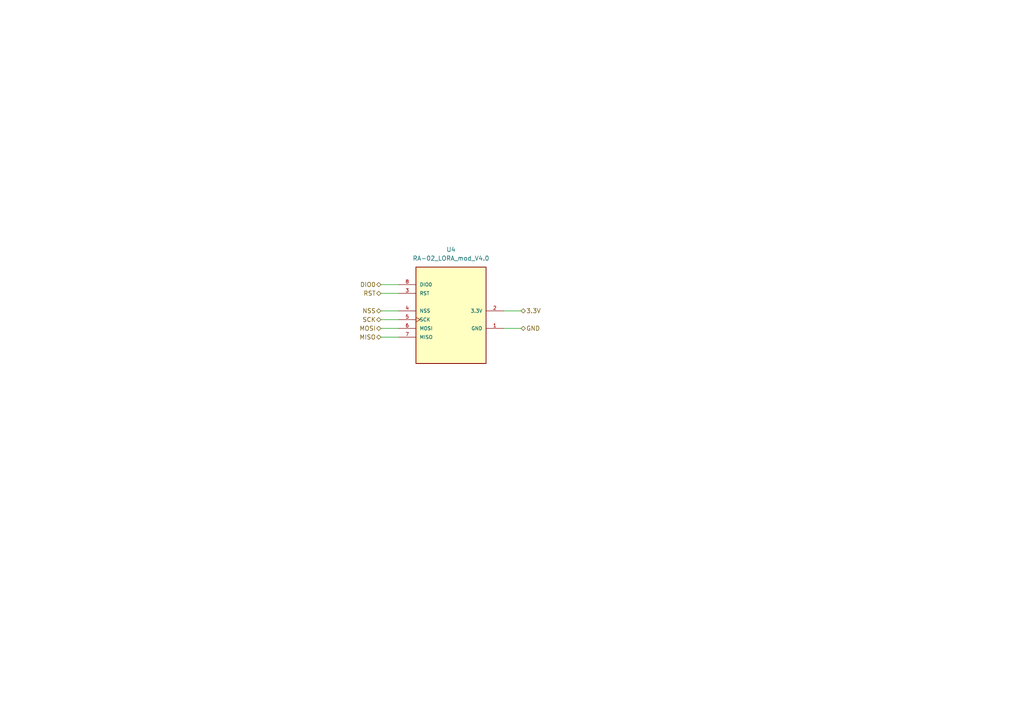
<source format=kicad_sch>
(kicad_sch (version 20230121) (generator eeschema)
  (paper "A4")
  (lib_symbols
    (symbol "RA-02_LORA_module_V4.0:RA-02_LORA_mod_V4.0" (pin_names (offset 1.016))
      (property "Reference" "U" (at -10.16 16.51 0))
      (property "Value" "RA-02_LORA_mod_V4.0" (at -10.16 -13.97 0))
      (symbol "RA-02_LORA_mod_V4.0_0_0"
        (rectangle (start -10.16 15.24) (end 10.16 -12.7) (stroke (width 0.254)) (fill (type background)))
      )
      (symbol "RA-02_LORA_mod_V4.0_1_0"
        (pin power_in line (at 15.24 -2.54 180) (length 5.08) (name "GND") (number "1"))
        (pin power_in line (at 15.24 2.54 180) (length 5.08) (name "3.3V") (number "2"))
        (pin input line (at -15.24 7.62 0) (length 5.08) (name "RST") (number "3"))
        (pin input line (at -15.24 2.54 0) (length 5.08) (name "NSS") (number "4"))
        (pin input clock (at -15.24 0 0) (length 5.08) (name "SCK") (number "5"))
        (pin input line (at -15.24 -2.54 0) (length 5.08) (name "MOSI") (number "6"))
        (pin output line (at -15.24 -5.08 0) (length 5.08) (name "MISO") (number "7"))
        (pin bidirectional line (at -15.24 10.16 0) (length 5.08) (name "DIO0") (number "8"))
      )
    )
  )
  (wire (pts (xy 110.49 95.25) (xy 115.57 95.25)))
  (wire (pts (xy 110.49 82.55) (xy 115.57 82.55)))
  (wire (pts (xy 146.05 95.25) (xy 151.13 95.25)))
  (wire (pts (xy 146.05 90.17) (xy 151.13 90.17)))
  (wire (pts (xy 110.49 85.09) (xy 115.57 85.09)))
  (wire (pts (xy 110.49 92.71) (xy 115.57 92.71)))
  (wire (pts (xy 110.49 90.17) (xy 115.57 90.17)))
  (wire (pts (xy 110.49 97.79) (xy 115.57 97.79)))
  (hierarchical_label "MISO" (shape bidirectional) (at 110.49 97.79 180))
  (hierarchical_label "MOSI" (shape bidirectional) (at 110.49 95.25 180))
  (hierarchical_label "SCK" (shape bidirectional) (at 110.49 92.71 180))
  (hierarchical_label "RST" (shape bidirectional) (at 110.49 85.09 180))
  (hierarchical_label "GND" (shape bidirectional) (at 151.13 95.25 0))
  (hierarchical_label "NSS" (shape bidirectional) (at 110.49 90.17 180))
  (hierarchical_label "DIO0" (shape bidirectional) (at 110.49 82.55 180))
  (hierarchical_label "3.3V" (shape bidirectional) (at 151.13 90.17 0))
  (symbol (lib_id "RA-02_LORA_module_V4.0:RA-02_LORA_mod_V4.0") (at 130.81 92.71 0) (unit 1)
    (property "Reference" "U4" (at 130.81 72.39 0))
    (property "Value" "RA-02_LORA_mod_V4.0" (at 130.81 74.93 0))
    (property "Footprint" "Connector_PinHeader_2.54mm:PinHeader_2x04_P2.54mm_Vertical" (effects hide))
    (property "MF" "AI-Thinker" (effects hide))
    (property "MAXIMUM_PACKAGE_HEIGHT" "3.3mm" (effects hide))
    (property "Package" "None" (effects hide))
    (property "Price" "None" (effects hide))
    (property "Check_prices" "https://www.snapeda.com/parts/Ra-02%20LoRa/AI-Thinker/view-part/?ref=eda" (effects hide))
    (property "STANDARD" "Manufacturer Recommendations" (effects hide))
    (property "PARTREV" "2018/03/02" (effects hide))
    (property "SnapEDA_Link" "https://www.snapeda.com/parts/Ra-02%20LoRa/AI-Thinker/view-part/?ref=snap" (effects hide))
    (property "MP" "Ra-02 LoRa" (effects hide))
    (property "Description" "\nRa-02 LoRa RF M5Stack Platform Evaluation Expansion Board\n" (effects hide))
    (property "Availability" "Not in stock" (effects hide))
    (property "MANUFACTURER" "Ai-Thinker" (effects hide))
  )
)
</source>
